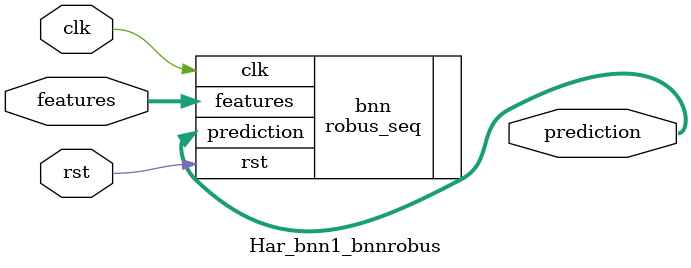
<source format=v>













module Har_bnn1_bnnrobus #(

parameter FEAT_CNT = 12,
parameter HIDDEN_CNT = 40,
parameter FEAT_BITS = 4,
parameter CLASS_CNT = 6,
parameter TEST_CNT = 1000


  ) (
  input clk,
  input rst,
  input [FEAT_CNT*FEAT_BITS-1:0] features,
  output [$clog2(CLASS_CNT)-1:0] prediction
  );

  localparam Weights0 = 480'b010011011001001100101101110001110010101011110010111001110001101001101010010011110101100110000101000100000111110100000001101110101101000110000001100100000001110000111111100111001110011001111010101000111100000011110011111011101000100111100110001101001001000110110111001011101011010111110100111000111100000011000000000100101111000110010101011010001100110101000100110101010101111011111000111000010110111000110001001110000010001100000101000000100100011000001101111001100001101000111001 ;
  localparam Weights1 = 240'b111001111101100000101111100101100010100011010110111111001010010101011010011101001110011111011110001101011100001000101010010101000110011010101101110010110100110101111111011000000011000110001111110000010111001001000101000010011100001111000100 ;

  robus_seq #(.FEAT_CNT(FEAT_CNT),.FEAT_BITS(FEAT_BITS),.HIDDEN_CNT(HIDDEN_CNT),.CLASS_CNT(CLASS_CNT),.Weights0(Weights0),.Weights1(Weights1)) bnn (
    .clk(clk),
    .rst(rst),
    .features(features),
    .prediction(prediction)
  );

endmodule

</source>
